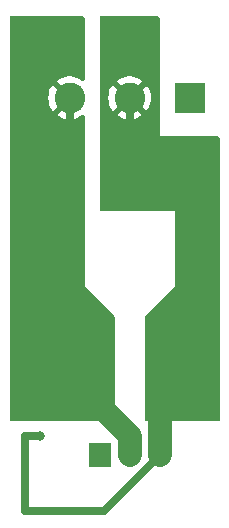
<source format=gbr>
%TF.GenerationSoftware,KiCad,Pcbnew,7.0.2*%
%TF.CreationDate,2023-05-13T17:25:18+02:00*%
%TF.ProjectId,Einschaltstrombegrenzung,45696e73-6368-4616-9c74-7374726f6d62,rev?*%
%TF.SameCoordinates,Original*%
%TF.FileFunction,Copper,L2,Bot*%
%TF.FilePolarity,Positive*%
%FSLAX46Y46*%
G04 Gerber Fmt 4.6, Leading zero omitted, Abs format (unit mm)*
G04 Created by KiCad (PCBNEW 7.0.2) date 2023-05-13 17:25:18*
%MOMM*%
%LPD*%
G01*
G04 APERTURE LIST*
%TA.AperFunction,ComponentPad*%
%ADD10R,2.600000X2.600000*%
%TD*%
%TA.AperFunction,ComponentPad*%
%ADD11C,2.600000*%
%TD*%
%TA.AperFunction,ComponentPad*%
%ADD12R,1.905000X2.000000*%
%TD*%
%TA.AperFunction,ComponentPad*%
%ADD13O,1.905000X2.000000*%
%TD*%
%TA.AperFunction,ViaPad*%
%ADD14C,0.800000*%
%TD*%
%TA.AperFunction,Conductor*%
%ADD15C,0.700000*%
%TD*%
%TA.AperFunction,Conductor*%
%ADD16C,2.000000*%
%TD*%
G04 APERTURE END LIST*
D10*
%TO.P,J2,1,Pin_1*%
%TO.N,+24V*%
X142240000Y-72937500D03*
D11*
%TO.P,J2,2,Pin_2*%
%TO.N,GND*%
X137160000Y-72937500D03*
%TO.P,J2,3,Pin_3*%
%TO.N,GND1*%
X132080000Y-72937500D03*
%TD*%
D12*
%TO.P,Q1,1,G*%
%TO.N,Net-(Q1-G)*%
X134620000Y-103210000D03*
D13*
%TO.P,Q1,2,D*%
%TO.N,GND1*%
X137160000Y-103210000D03*
%TO.P,Q1,3,S*%
%TO.N,GND*%
X139700000Y-103210000D03*
%TD*%
D14*
%TO.N,GND*%
X129540000Y-101600000D03*
%TD*%
D15*
%TO.N,GND*%
X128270000Y-107950000D02*
X128270000Y-101600000D01*
X134960000Y-107950000D02*
X128270000Y-107950000D01*
X128270000Y-101600000D02*
X129540000Y-101600000D01*
X139700000Y-103210000D02*
X134960000Y-107950000D01*
D16*
%TO.N,GND1*%
X137160000Y-101600000D02*
X137160000Y-103210000D01*
X132080000Y-99060000D02*
X134620000Y-99060000D01*
X134620000Y-99060000D02*
X137160000Y-101600000D01*
D15*
%TO.N,GND*%
X137160000Y-80010000D02*
X143510000Y-80010000D01*
X137160000Y-72937500D02*
X137160000Y-80010000D01*
X143510000Y-80010000D02*
X143510000Y-95250000D01*
X143510000Y-95250000D02*
X139700000Y-99060000D01*
D16*
X139700000Y-99060000D02*
X139700000Y-103210000D01*
D15*
%TO.N,GND1*%
X132080000Y-99060000D02*
X132080000Y-72937500D01*
%TD*%
%TA.AperFunction,Conductor*%
%TO.N,GND1*%
G36*
X133293039Y-66060185D02*
G01*
X133338794Y-66112989D01*
X133350000Y-66164500D01*
X133349999Y-71390204D01*
X133330314Y-71457243D01*
X133277510Y-71502998D01*
X133208352Y-71512942D01*
X133156147Y-71492658D01*
X132982519Y-71374280D01*
X132739460Y-71257229D01*
X132481660Y-71177708D01*
X132214891Y-71137500D01*
X131945109Y-71137500D01*
X131678339Y-71177708D01*
X131420542Y-71257229D01*
X131177476Y-71374283D01*
X130994848Y-71498796D01*
X131754054Y-72258001D01*
X131741109Y-72262713D01*
X131594627Y-72359055D01*
X131474312Y-72486582D01*
X131401552Y-72612605D01*
X130642295Y-71853348D01*
X130588598Y-71920682D01*
X130453708Y-72154321D01*
X130355146Y-72405450D01*
X130295113Y-72668473D01*
X130274952Y-72937500D01*
X130295113Y-73206526D01*
X130355146Y-73469549D01*
X130453708Y-73720678D01*
X130588598Y-73954316D01*
X130642295Y-74021650D01*
X131402804Y-73261142D01*
X131426059Y-73315053D01*
X131530756Y-73455685D01*
X131665062Y-73568382D01*
X131756664Y-73614386D01*
X130994848Y-74376202D01*
X131177479Y-74500717D01*
X131420542Y-74617770D01*
X131678339Y-74697291D01*
X131945109Y-74737500D01*
X132214891Y-74737500D01*
X132481660Y-74697291D01*
X132739460Y-74617770D01*
X132982523Y-74500717D01*
X133156147Y-74382342D01*
X133222626Y-74360841D01*
X133290176Y-74378695D01*
X133337350Y-74430235D01*
X133349999Y-74484795D01*
X133349999Y-88899999D01*
X135853681Y-91403681D01*
X135887166Y-91465004D01*
X135890000Y-91491362D01*
X135890000Y-100206000D01*
X135870315Y-100273039D01*
X135817511Y-100318794D01*
X135766000Y-100330000D01*
X127124500Y-100330000D01*
X127057461Y-100310315D01*
X127011706Y-100257511D01*
X127000500Y-100206000D01*
X127000500Y-66164500D01*
X127020185Y-66097461D01*
X127072989Y-66051706D01*
X127124500Y-66040500D01*
X133226000Y-66040500D01*
X133293039Y-66060185D01*
G37*
%TD.AperFunction*%
%TD*%
%TA.AperFunction,Conductor*%
%TO.N,GND*%
G36*
X139643039Y-66060185D02*
G01*
X139688794Y-66112989D01*
X139700000Y-66164499D01*
X139700000Y-76200000D01*
X144656000Y-76200000D01*
X144723039Y-76219685D01*
X144768794Y-76272489D01*
X144780000Y-76324000D01*
X144780000Y-100206000D01*
X144760315Y-100273039D01*
X144707511Y-100318794D01*
X144656000Y-100330000D01*
X138554000Y-100330000D01*
X138486961Y-100310315D01*
X138441206Y-100257511D01*
X138430000Y-100206000D01*
X138430000Y-91491361D01*
X138449685Y-91424322D01*
X138466314Y-91403685D01*
X140970000Y-88900000D01*
X140970000Y-82550000D01*
X134744000Y-82550000D01*
X134676961Y-82530315D01*
X134631206Y-82477511D01*
X134620000Y-82426000D01*
X134620000Y-72937500D01*
X135354952Y-72937500D01*
X135375113Y-73206526D01*
X135435146Y-73469549D01*
X135533708Y-73720678D01*
X135668598Y-73954316D01*
X135722295Y-74021650D01*
X136482804Y-73261142D01*
X136506059Y-73315053D01*
X136610756Y-73455685D01*
X136745062Y-73568382D01*
X136836665Y-73614386D01*
X136074848Y-74376202D01*
X136257479Y-74500717D01*
X136500542Y-74617770D01*
X136758339Y-74697291D01*
X137025109Y-74737500D01*
X137294891Y-74737500D01*
X137561660Y-74697291D01*
X137819460Y-74617770D01*
X138062523Y-74500717D01*
X138245150Y-74376202D01*
X137485945Y-73616998D01*
X137498891Y-73612287D01*
X137645373Y-73515945D01*
X137765688Y-73388418D01*
X137838447Y-73262394D01*
X138597703Y-74021651D01*
X138597704Y-74021650D01*
X138651400Y-73954318D01*
X138786291Y-73720678D01*
X138884853Y-73469549D01*
X138944886Y-73206526D01*
X138965047Y-72937500D01*
X138944886Y-72668473D01*
X138884853Y-72405450D01*
X138786291Y-72154321D01*
X138651398Y-71920678D01*
X138597704Y-71853347D01*
X137837195Y-72613856D01*
X137813941Y-72559947D01*
X137709244Y-72419315D01*
X137574938Y-72306618D01*
X137483334Y-72260613D01*
X138245150Y-71498796D01*
X138062519Y-71374280D01*
X137819460Y-71257229D01*
X137561660Y-71177708D01*
X137294891Y-71137500D01*
X137025109Y-71137500D01*
X136758339Y-71177708D01*
X136500542Y-71257229D01*
X136257476Y-71374283D01*
X136074848Y-71498796D01*
X136834054Y-72258001D01*
X136821109Y-72262713D01*
X136674627Y-72359055D01*
X136554312Y-72486582D01*
X136481552Y-72612605D01*
X135722295Y-71853348D01*
X135668598Y-71920682D01*
X135533708Y-72154321D01*
X135435146Y-72405450D01*
X135375113Y-72668473D01*
X135354952Y-72937500D01*
X134620000Y-72937500D01*
X134620000Y-66164500D01*
X134639685Y-66097461D01*
X134692489Y-66051706D01*
X134744000Y-66040500D01*
X139576000Y-66040500D01*
X139643039Y-66060185D01*
G37*
%TD.AperFunction*%
%TD*%
M02*

</source>
